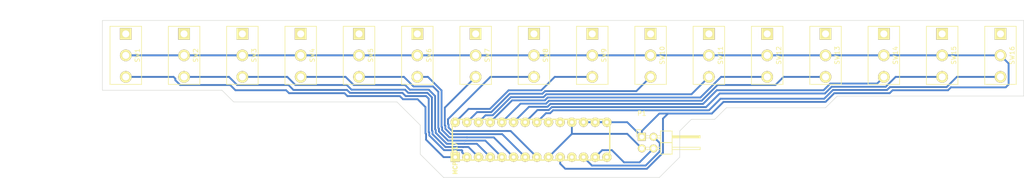
<source format=kicad_pcb>
(kicad_pcb (version 4) (host pcbnew 4.0.2-stable)

  (general
    (links 40)
    (no_connects 0)
    (area 48.447035 12.39 271.830001 50.850001)
    (thickness 1.6)
    (drawings 23)
    (tracks 229)
    (zones 0)
    (modules 18)
    (nets 41)
  )

  (page A4)
  (layers
    (0 F.Cu signal)
    (31 B.Cu signal)
    (32 B.Adhes user)
    (33 F.Adhes user)
    (34 B.Paste user)
    (35 F.Paste user)
    (36 B.SilkS user)
    (37 F.SilkS user)
    (38 B.Mask user)
    (39 F.Mask user)
    (40 Dwgs.User user)
    (41 Cmts.User user)
    (42 Eco1.User user)
    (43 Eco2.User user)
    (44 Edge.Cuts user)
    (45 Margin user)
    (46 B.CrtYd user)
    (47 F.CrtYd user)
    (48 B.Fab user)
    (49 F.Fab user)
  )

  (setup
    (last_trace_width 0.4)
    (trace_clearance 0.3)
    (zone_clearance 0.508)
    (zone_45_only no)
    (trace_min 0.2)
    (segment_width 0.2)
    (edge_width 0.1)
    (via_size 1.6)
    (via_drill 1)
    (via_min_size 0.4)
    (via_min_drill 0.3)
    (uvia_size 0.3)
    (uvia_drill 0.1)
    (uvias_allowed no)
    (uvia_min_size 0.2)
    (uvia_min_drill 0.1)
    (pcb_text_width 0.3)
    (pcb_text_size 1.5 1.5)
    (mod_edge_width 0.15)
    (mod_text_size 1 1)
    (mod_text_width 0.15)
    (pad_size 1.5 1.5)
    (pad_drill 0.6)
    (pad_to_mask_clearance 0)
    (aux_axis_origin 0 0)
    (visible_elements FFFFFF7F)
    (pcbplotparams
      (layerselection 0x01000_80000001)
      (usegerberextensions false)
      (excludeedgelayer true)
      (linewidth 0.100000)
      (plotframeref false)
      (viasonmask false)
      (mode 1)
      (useauxorigin false)
      (hpglpennumber 1)
      (hpglpenspeed 20)
      (hpglpendiameter 15)
      (hpglpenoverlay 2)
      (psnegative false)
      (psa4output false)
      (plotreference true)
      (plotvalue true)
      (plotinvisibletext false)
      (padsonsilk false)
      (subtractmaskfromsilk false)
      (outputformat 1)
      (mirror false)
      (drillshape 0)
      (scaleselection 1)
      (outputdirectory ""))
  )

  (net 0 "")
  (net 1 GND)
  (net 2 /SCK)
  (net 3 VDD)
  (net 4 /SDA)
  (net 5 "Net-(SW1-Pad1)")
  (net 6 "Net-(SW1-Pad3)")
  (net 7 "Net-(SW2-Pad1)")
  (net 8 "Net-(SW2-Pad3)")
  (net 9 "Net-(SW3-Pad1)")
  (net 10 "Net-(SW3-Pad3)")
  (net 11 "Net-(SW4-Pad1)")
  (net 12 "Net-(SW4-Pad3)")
  (net 13 "Net-(SW5-Pad1)")
  (net 14 "Net-(SW5-Pad3)")
  (net 15 "Net-(SW6-Pad1)")
  (net 16 "Net-(SW6-Pad3)")
  (net 17 "Net-(SW7-Pad1)")
  (net 18 "Net-(SW7-Pad3)")
  (net 19 "Net-(SW8-Pad1)")
  (net 20 "Net-(SW8-Pad3)")
  (net 21 "Net-(SW9-Pad1)")
  (net 22 "Net-(SW9-Pad3)")
  (net 23 "Net-(SW10-Pad1)")
  (net 24 "Net-(SW10-Pad3)")
  (net 25 "Net-(SW11-Pad1)")
  (net 26 "Net-(SW11-Pad3)")
  (net 27 "Net-(SW12-Pad1)")
  (net 28 "Net-(SW12-Pad3)")
  (net 29 "Net-(SW13-Pad1)")
  (net 30 "Net-(SW13-Pad3)")
  (net 31 "Net-(SW14-Pad1)")
  (net 32 "Net-(SW14-Pad3)")
  (net 33 "Net-(SW15-Pad1)")
  (net 34 "Net-(SW15-Pad3)")
  (net 35 "Net-(SW16-Pad1)")
  (net 36 "Net-(SW16-Pad3)")
  (net 37 "Net-(U1-Pad11)")
  (net 38 "Net-(U1-Pad14)")
  (net 39 "Net-(U1-Pad19)")
  (net 40 "Net-(U1-Pad20)")

  (net_class Default "This is the default net class."
    (clearance 0.3)
    (trace_width 0.4)
    (via_dia 1.6)
    (via_drill 1)
    (uvia_dia 0.3)
    (uvia_drill 0.1)
    (add_net /SCK)
    (add_net /SDA)
    (add_net GND)
    (add_net "Net-(SW1-Pad1)")
    (add_net "Net-(SW1-Pad3)")
    (add_net "Net-(SW10-Pad1)")
    (add_net "Net-(SW10-Pad3)")
    (add_net "Net-(SW11-Pad1)")
    (add_net "Net-(SW11-Pad3)")
    (add_net "Net-(SW12-Pad1)")
    (add_net "Net-(SW12-Pad3)")
    (add_net "Net-(SW13-Pad1)")
    (add_net "Net-(SW13-Pad3)")
    (add_net "Net-(SW14-Pad1)")
    (add_net "Net-(SW14-Pad3)")
    (add_net "Net-(SW15-Pad1)")
    (add_net "Net-(SW15-Pad3)")
    (add_net "Net-(SW16-Pad1)")
    (add_net "Net-(SW16-Pad3)")
    (add_net "Net-(SW2-Pad1)")
    (add_net "Net-(SW2-Pad3)")
    (add_net "Net-(SW3-Pad1)")
    (add_net "Net-(SW3-Pad3)")
    (add_net "Net-(SW4-Pad1)")
    (add_net "Net-(SW4-Pad3)")
    (add_net "Net-(SW5-Pad1)")
    (add_net "Net-(SW5-Pad3)")
    (add_net "Net-(SW6-Pad1)")
    (add_net "Net-(SW6-Pad3)")
    (add_net "Net-(SW7-Pad1)")
    (add_net "Net-(SW7-Pad3)")
    (add_net "Net-(SW8-Pad1)")
    (add_net "Net-(SW8-Pad3)")
    (add_net "Net-(SW9-Pad1)")
    (add_net "Net-(SW9-Pad3)")
    (add_net "Net-(U1-Pad11)")
    (add_net "Net-(U1-Pad14)")
    (add_net "Net-(U1-Pad19)")
    (add_net "Net-(U1-Pad20)")
    (add_net VDD)
  )

  (module Pin_Headers:Pin_Header_Angled_2x02 (layer F.Cu) (tedit 0) (tstamp 57A494D8)
    (at 188.595 41.91)
    (descr "Through hole pin header")
    (tags "pin header")
    (path /57A544DE)
    (fp_text reference P1 (at 0 -5.1) (layer F.SilkS)
      (effects (font (size 1 1) (thickness 0.15)))
    )
    (fp_text value CONN_02X02 (at 0 -3.1) (layer F.Fab)
      (effects (font (size 1 1) (thickness 0.15)))
    )
    (fp_line (start -1.35 -1.75) (end -1.35 4.3) (layer F.CrtYd) (width 0.05))
    (fp_line (start 13.2 -1.75) (end 13.2 4.3) (layer F.CrtYd) (width 0.05))
    (fp_line (start -1.35 -1.75) (end 13.2 -1.75) (layer F.CrtYd) (width 0.05))
    (fp_line (start -1.35 4.3) (end 13.2 4.3) (layer F.CrtYd) (width 0.05))
    (fp_line (start 1.524 2.794) (end 1.016 2.794) (layer F.SilkS) (width 0.15))
    (fp_line (start 1.524 2.286) (end 1.016 2.286) (layer F.SilkS) (width 0.15))
    (fp_line (start 1.524 0.254) (end 1.016 0.254) (layer F.SilkS) (width 0.15))
    (fp_line (start 1.524 -0.254) (end 1.016 -0.254) (layer F.SilkS) (width 0.15))
    (fp_line (start 4.064 -0.254) (end 3.556 -0.254) (layer F.SilkS) (width 0.15))
    (fp_line (start 4.064 0.254) (end 3.556 0.254) (layer F.SilkS) (width 0.15))
    (fp_line (start 4.064 2.286) (end 3.556 2.286) (layer F.SilkS) (width 0.15))
    (fp_line (start 4.064 2.794) (end 3.556 2.794) (layer F.SilkS) (width 0.15))
    (fp_line (start 0 -1.55) (end -1.15 -1.55) (layer F.SilkS) (width 0.15))
    (fp_line (start -1.15 -1.55) (end -1.15 0) (layer F.SilkS) (width 0.15))
    (fp_line (start 6.604 -0.127) (end 12.573 -0.127) (layer F.SilkS) (width 0.15))
    (fp_line (start 12.573 -0.127) (end 12.573 0.127) (layer F.SilkS) (width 0.15))
    (fp_line (start 12.573 0.127) (end 6.731 0.127) (layer F.SilkS) (width 0.15))
    (fp_line (start 6.731 0.127) (end 6.731 0) (layer F.SilkS) (width 0.15))
    (fp_line (start 6.731 0) (end 12.573 0) (layer F.SilkS) (width 0.15))
    (fp_line (start 4.064 3.81) (end 6.604 3.81) (layer F.SilkS) (width 0.15))
    (fp_line (start 4.064 1.27) (end 6.604 1.27) (layer F.SilkS) (width 0.15))
    (fp_line (start 4.064 1.27) (end 4.064 3.81) (layer F.SilkS) (width 0.15))
    (fp_line (start 4.064 3.81) (end 6.604 3.81) (layer F.SilkS) (width 0.15))
    (fp_line (start 6.604 2.286) (end 12.7 2.286) (layer F.SilkS) (width 0.15))
    (fp_line (start 12.7 2.286) (end 12.7 2.794) (layer F.SilkS) (width 0.15))
    (fp_line (start 12.7 2.794) (end 6.604 2.794) (layer F.SilkS) (width 0.15))
    (fp_line (start 6.604 3.81) (end 6.604 1.27) (layer F.SilkS) (width 0.15))
    (fp_line (start 6.604 1.27) (end 6.604 -1.27) (layer F.SilkS) (width 0.15))
    (fp_line (start 12.7 0.254) (end 6.604 0.254) (layer F.SilkS) (width 0.15))
    (fp_line (start 12.7 -0.254) (end 12.7 0.254) (layer F.SilkS) (width 0.15))
    (fp_line (start 6.604 -0.254) (end 12.7 -0.254) (layer F.SilkS) (width 0.15))
    (fp_line (start 4.064 1.27) (end 6.604 1.27) (layer F.SilkS) (width 0.15))
    (fp_line (start 4.064 -1.27) (end 4.064 1.27) (layer F.SilkS) (width 0.15))
    (fp_line (start 4.064 -1.27) (end 6.604 -1.27) (layer F.SilkS) (width 0.15))
    (pad 1 thru_hole rect (at 0 0) (size 1.7272 1.7272) (drill 1.016) (layers *.Cu *.Mask F.SilkS)
      (net 1 GND))
    (pad 2 thru_hole oval (at 2.54 0) (size 1.7272 1.7272) (drill 1.016) (layers *.Cu *.Mask F.SilkS)
      (net 2 /SCK))
    (pad 3 thru_hole oval (at 0 2.54) (size 1.7272 1.7272) (drill 1.016) (layers *.Cu *.Mask F.SilkS)
      (net 3 VDD))
    (pad 4 thru_hole oval (at 2.54 2.54) (size 1.7272 1.7272) (drill 1.016) (layers *.Cu *.Mask F.SilkS)
      (net 4 /SDA))
    (model Pin_Headers.3dshapes/Pin_Header_Angled_2x02.wrl
      (at (xyz 0.05 -0.05 0))
      (scale (xyz 1 1 1))
      (rotate (xyz 0 0 90))
    )
  )

  (module DIL28:DIL28 (layer F.Cu) (tedit 200000) (tstamp 57A49568)
    (at 147.955 46.355)
    (descr "e.g. MCP23017")
    (path /57A494D1)
    (fp_text reference U1 (at 0 -0.254 270) (layer F.SilkS)
      (effects (font (size 0.889 0.889) (thickness 0.3048)))
    )
    (fp_text value MCP23017 (at 0 0.254 270) (layer F.SilkS)
      (effects (font (size 0.889 0.889) (thickness 0.3048)))
    )
    (fp_line (start -0.635 0.635) (end 33.655 0.635) (layer F.SilkS) (width 0.3048))
    (fp_line (start 33.655 0.635) (end 33.655 -8.255) (layer F.SilkS) (width 0.3048))
    (fp_line (start 33.655 -8.255) (end -0.635 -8.255) (layer F.SilkS) (width 0.3048))
    (fp_line (start -0.635 -8.255) (end -0.635 0.635) (layer F.SilkS) (width 0.3048))
    (pad 1 thru_hole rect (at 0 0) (size 2.032 2.032) (drill 0.762) (layers *.Cu *.Mask F.SilkS)
      (net 6 "Net-(SW1-Pad3)"))
    (pad 2 thru_hole circle (at 2.54 0) (size 2.032 2.032) (drill 0.762) (layers *.Cu *.Mask F.SilkS)
      (net 8 "Net-(SW2-Pad3)"))
    (pad 3 thru_hole circle (at 5.08 0) (size 2.032 2.032) (drill 0.762) (layers *.Cu *.Mask F.SilkS)
      (net 10 "Net-(SW3-Pad3)"))
    (pad 4 thru_hole circle (at 7.62 0) (size 2.032 2.032) (drill 0.762) (layers *.Cu *.Mask F.SilkS)
      (net 12 "Net-(SW4-Pad3)"))
    (pad 5 thru_hole circle (at 10.16 0) (size 2.032 2.032) (drill 0.762) (layers *.Cu *.Mask F.SilkS)
      (net 14 "Net-(SW5-Pad3)"))
    (pad 6 thru_hole circle (at 12.7 0) (size 2.032 2.032) (drill 0.762) (layers *.Cu *.Mask F.SilkS)
      (net 16 "Net-(SW6-Pad3)"))
    (pad 7 thru_hole circle (at 15.24 0) (size 2.032 2.032) (drill 0.762) (layers *.Cu *.Mask F.SilkS)
      (net 18 "Net-(SW7-Pad3)"))
    (pad 8 thru_hole circle (at 17.78 0) (size 2.032 2.032) (drill 0.762) (layers *.Cu *.Mask F.SilkS)
      (net 20 "Net-(SW8-Pad3)"))
    (pad 9 thru_hole circle (at 20.32 0) (size 2.032 2.032) (drill 0.762) (layers *.Cu *.Mask F.SilkS)
      (net 3 VDD))
    (pad 10 thru_hole circle (at 22.86 0) (size 2.032 2.032) (drill 0.762) (layers *.Cu *.Mask F.SilkS)
      (net 1 GND))
    (pad 11 thru_hole circle (at 25.4 0) (size 2.032 2.032) (drill 0.762) (layers *.Cu *.Mask F.SilkS)
      (net 37 "Net-(U1-Pad11)"))
    (pad 12 thru_hole circle (at 27.94 0) (size 2.032 2.032) (drill 0.762) (layers *.Cu *.Mask F.SilkS)
      (net 2 /SCK))
    (pad 13 thru_hole circle (at 30.48 0) (size 2.032 2.032) (drill 0.762) (layers *.Cu *.Mask F.SilkS)
      (net 4 /SDA))
    (pad 14 thru_hole circle (at 33.02 0) (size 2.032 2.032) (drill 0.762) (layers *.Cu *.Mask F.SilkS)
      (net 38 "Net-(U1-Pad14)"))
    (pad 15 thru_hole circle (at 33.02 -7.62 180) (size 2.032 2.032) (drill 0.762) (layers *.Cu *.Mask F.SilkS)
      (net 1 GND))
    (pad 16 thru_hole circle (at 30.48 -7.62 180) (size 2.032 2.032) (drill 0.762) (layers *.Cu *.Mask F.SilkS)
      (net 1 GND))
    (pad 17 thru_hole circle (at 27.94 -7.62 180) (size 2.032 2.032) (drill 0.762) (layers *.Cu *.Mask F.SilkS)
      (net 1 GND))
    (pad 18 thru_hole circle (at 25.4 -7.62 180) (size 2.032 2.032) (drill 0.762) (layers *.Cu *.Mask F.SilkS)
      (net 3 VDD))
    (pad 19 thru_hole circle (at 22.86 -7.62 180) (size 2.032 2.032) (drill 0.762) (layers *.Cu *.Mask F.SilkS)
      (net 39 "Net-(U1-Pad19)"))
    (pad 20 thru_hole circle (at 20.32 -7.62 180) (size 2.032 2.032) (drill 0.762) (layers *.Cu *.Mask F.SilkS)
      (net 40 "Net-(U1-Pad20)"))
    (pad 21 thru_hole circle (at 17.78 -7.62 180) (size 2.032 2.032) (drill 0.762) (layers *.Cu *.Mask F.SilkS)
      (net 36 "Net-(SW16-Pad3)"))
    (pad 22 thru_hole circle (at 15.24 -7.62 180) (size 2.032 2.032) (drill 0.762) (layers *.Cu *.Mask F.SilkS)
      (net 34 "Net-(SW15-Pad3)"))
    (pad 23 thru_hole circle (at 12.7 -7.62 180) (size 2.032 2.032) (drill 0.762) (layers *.Cu *.Mask F.SilkS)
      (net 32 "Net-(SW14-Pad3)"))
    (pad 24 thru_hole circle (at 10.16 -7.62 180) (size 2.032 2.032) (drill 0.762) (layers *.Cu *.Mask F.SilkS)
      (net 30 "Net-(SW13-Pad3)"))
    (pad 25 thru_hole circle (at 7.62 -7.62 180) (size 2.032 2.032) (drill 0.762) (layers *.Cu *.Mask F.SilkS)
      (net 28 "Net-(SW12-Pad3)"))
    (pad 26 thru_hole circle (at 5.08 -7.62 180) (size 2.032 2.032) (drill 0.762) (layers *.Cu *.Mask F.SilkS)
      (net 26 "Net-(SW11-Pad3)"))
    (pad 27 thru_hole circle (at 2.54 -7.62 180) (size 2.032 2.032) (drill 0.762) (layers *.Cu *.Mask F.SilkS)
      (net 24 "Net-(SW10-Pad3)"))
    (pad 28 thru_hole circle (at 0 -7.62 180) (size 2.032 2.032) (drill 0.762) (layers *.Cu *.Mask F.SilkS)
      (net 22 "Net-(SW9-Pad3)"))
  )

  (module myparts:SW_SPDT-custom (layer F.Cu) (tedit 57A880BF) (tstamp 57A71CB9)
    (at 266.7 24.13 270)
    (tags "Switch SPDT")
    (path /57A511C9)
    (fp_text reference SW16 (at 0 -2.54 270) (layer F.SilkS)
      (effects (font (size 1 1) (thickness 0.15)))
    )
    (fp_text value SWITCH_INV (at 0.025 2.45 270) (layer F.Fab)
      (effects (font (size 1 1) (thickness 0.15)))
    )
    (fp_line (start 7 1.5) (end 5 1.5) (layer B.Fab) (width 0.15))
    (fp_line (start 7 -1.5) (end 7 1.5) (layer B.Fab) (width 0.15))
    (fp_line (start 5 -1.5) (end 7 -1.5) (layer B.Fab) (width 0.15))
    (fp_line (start 5 1.5) (end 5 -1.5) (layer B.Fab) (width 0.15))
    (fp_circle (center 0 0) (end 3.175 0) (layer B.Fab) (width 0.15))
    (fp_line (start -6.35 3.429) (end -6.35 -3.429) (layer F.SilkS) (width 0.15))
    (fp_line (start -6.35 -3.429) (end 6.35 -3.429) (layer F.SilkS) (width 0.15))
    (fp_line (start 6.35 -3.429) (end 6.35 3.429) (layer F.SilkS) (width 0.15))
    (fp_line (start 6.35 3.429) (end -6.35 3.429) (layer F.SilkS) (width 0.15))
    (pad 1 thru_hole rect (at -4.699 0 270) (size 2.54 2.54) (drill 1.524) (layers *.Cu *.Mask F.SilkS)
      (net 35 "Net-(SW16-Pad1)"))
    (pad 2 thru_hole circle (at 0 0 270) (size 2.54 2.54) (drill 1.524) (layers *.Cu *.Mask F.SilkS)
      (net 1 GND))
    (pad 3 thru_hole circle (at 4.699 0 270) (size 2.54 2.54) (drill 1.524) (layers *.Cu *.Mask F.SilkS)
      (net 36 "Net-(SW16-Pad3)"))
  )

  (module myparts:SW_SPDT-custom (layer F.Cu) (tedit 57A880BF) (tstamp 57A71CAD)
    (at 254 24.13 270)
    (tags "Switch SPDT")
    (path /57A511C3)
    (fp_text reference SW15 (at 0 -2.54 270) (layer F.SilkS)
      (effects (font (size 1 1) (thickness 0.15)))
    )
    (fp_text value SWITCH_INV (at 0.025 2.45 270) (layer F.Fab)
      (effects (font (size 1 1) (thickness 0.15)))
    )
    (fp_line (start 7 1.5) (end 5 1.5) (layer B.Fab) (width 0.15))
    (fp_line (start 7 -1.5) (end 7 1.5) (layer B.Fab) (width 0.15))
    (fp_line (start 5 -1.5) (end 7 -1.5) (layer B.Fab) (width 0.15))
    (fp_line (start 5 1.5) (end 5 -1.5) (layer B.Fab) (width 0.15))
    (fp_circle (center 0 0) (end 3.175 0) (layer B.Fab) (width 0.15))
    (fp_line (start -6.35 3.429) (end -6.35 -3.429) (layer F.SilkS) (width 0.15))
    (fp_line (start -6.35 -3.429) (end 6.35 -3.429) (layer F.SilkS) (width 0.15))
    (fp_line (start 6.35 -3.429) (end 6.35 3.429) (layer F.SilkS) (width 0.15))
    (fp_line (start 6.35 3.429) (end -6.35 3.429) (layer F.SilkS) (width 0.15))
    (pad 1 thru_hole rect (at -4.699 0 270) (size 2.54 2.54) (drill 1.524) (layers *.Cu *.Mask F.SilkS)
      (net 33 "Net-(SW15-Pad1)"))
    (pad 2 thru_hole circle (at 0 0 270) (size 2.54 2.54) (drill 1.524) (layers *.Cu *.Mask F.SilkS)
      (net 1 GND))
    (pad 3 thru_hole circle (at 4.699 0 270) (size 2.54 2.54) (drill 1.524) (layers *.Cu *.Mask F.SilkS)
      (net 34 "Net-(SW15-Pad3)"))
  )

  (module myparts:SW_SPDT-custom (layer F.Cu) (tedit 57A880BF) (tstamp 57A71CA1)
    (at 241.3 24.13 270)
    (tags "Switch SPDT")
    (path /57A511BD)
    (fp_text reference SW14 (at 0 -2.54 270) (layer F.SilkS)
      (effects (font (size 1 1) (thickness 0.15)))
    )
    (fp_text value SWITCH_INV (at 0.025 2.45 270) (layer F.Fab)
      (effects (font (size 1 1) (thickness 0.15)))
    )
    (fp_line (start 7 1.5) (end 5 1.5) (layer B.Fab) (width 0.15))
    (fp_line (start 7 -1.5) (end 7 1.5) (layer B.Fab) (width 0.15))
    (fp_line (start 5 -1.5) (end 7 -1.5) (layer B.Fab) (width 0.15))
    (fp_line (start 5 1.5) (end 5 -1.5) (layer B.Fab) (width 0.15))
    (fp_circle (center 0 0) (end 3.175 0) (layer B.Fab) (width 0.15))
    (fp_line (start -6.35 3.429) (end -6.35 -3.429) (layer F.SilkS) (width 0.15))
    (fp_line (start -6.35 -3.429) (end 6.35 -3.429) (layer F.SilkS) (width 0.15))
    (fp_line (start 6.35 -3.429) (end 6.35 3.429) (layer F.SilkS) (width 0.15))
    (fp_line (start 6.35 3.429) (end -6.35 3.429) (layer F.SilkS) (width 0.15))
    (pad 1 thru_hole rect (at -4.699 0 270) (size 2.54 2.54) (drill 1.524) (layers *.Cu *.Mask F.SilkS)
      (net 31 "Net-(SW14-Pad1)"))
    (pad 2 thru_hole circle (at 0 0 270) (size 2.54 2.54) (drill 1.524) (layers *.Cu *.Mask F.SilkS)
      (net 1 GND))
    (pad 3 thru_hole circle (at 4.699 0 270) (size 2.54 2.54) (drill 1.524) (layers *.Cu *.Mask F.SilkS)
      (net 32 "Net-(SW14-Pad3)"))
  )

  (module myparts:SW_SPDT-custom (layer F.Cu) (tedit 57A880BF) (tstamp 57A71C95)
    (at 228.6 24.13 270)
    (tags "Switch SPDT")
    (path /57A511B7)
    (fp_text reference SW13 (at 0 -2.54 270) (layer F.SilkS)
      (effects (font (size 1 1) (thickness 0.15)))
    )
    (fp_text value SWITCH_INV (at 0.025 2.45 270) (layer F.Fab)
      (effects (font (size 1 1) (thickness 0.15)))
    )
    (fp_line (start 7 1.5) (end 5 1.5) (layer B.Fab) (width 0.15))
    (fp_line (start 7 -1.5) (end 7 1.5) (layer B.Fab) (width 0.15))
    (fp_line (start 5 -1.5) (end 7 -1.5) (layer B.Fab) (width 0.15))
    (fp_line (start 5 1.5) (end 5 -1.5) (layer B.Fab) (width 0.15))
    (fp_circle (center 0 0) (end 3.175 0) (layer B.Fab) (width 0.15))
    (fp_line (start -6.35 3.429) (end -6.35 -3.429) (layer F.SilkS) (width 0.15))
    (fp_line (start -6.35 -3.429) (end 6.35 -3.429) (layer F.SilkS) (width 0.15))
    (fp_line (start 6.35 -3.429) (end 6.35 3.429) (layer F.SilkS) (width 0.15))
    (fp_line (start 6.35 3.429) (end -6.35 3.429) (layer F.SilkS) (width 0.15))
    (pad 1 thru_hole rect (at -4.699 0 270) (size 2.54 2.54) (drill 1.524) (layers *.Cu *.Mask F.SilkS)
      (net 29 "Net-(SW13-Pad1)"))
    (pad 2 thru_hole circle (at 0 0 270) (size 2.54 2.54) (drill 1.524) (layers *.Cu *.Mask F.SilkS)
      (net 1 GND))
    (pad 3 thru_hole circle (at 4.699 0 270) (size 2.54 2.54) (drill 1.524) (layers *.Cu *.Mask F.SilkS)
      (net 30 "Net-(SW13-Pad3)"))
  )

  (module myparts:SW_SPDT-custom (layer F.Cu) (tedit 57A880BF) (tstamp 57A71C89)
    (at 215.9 24.13 270)
    (tags "Switch SPDT")
    (path /57A511B1)
    (fp_text reference SW12 (at 0 -2.54 270) (layer F.SilkS)
      (effects (font (size 1 1) (thickness 0.15)))
    )
    (fp_text value SWITCH_INV (at 0.025 2.45 270) (layer F.Fab)
      (effects (font (size 1 1) (thickness 0.15)))
    )
    (fp_line (start 7 1.5) (end 5 1.5) (layer B.Fab) (width 0.15))
    (fp_line (start 7 -1.5) (end 7 1.5) (layer B.Fab) (width 0.15))
    (fp_line (start 5 -1.5) (end 7 -1.5) (layer B.Fab) (width 0.15))
    (fp_line (start 5 1.5) (end 5 -1.5) (layer B.Fab) (width 0.15))
    (fp_circle (center 0 0) (end 3.175 0) (layer B.Fab) (width 0.15))
    (fp_line (start -6.35 3.429) (end -6.35 -3.429) (layer F.SilkS) (width 0.15))
    (fp_line (start -6.35 -3.429) (end 6.35 -3.429) (layer F.SilkS) (width 0.15))
    (fp_line (start 6.35 -3.429) (end 6.35 3.429) (layer F.SilkS) (width 0.15))
    (fp_line (start 6.35 3.429) (end -6.35 3.429) (layer F.SilkS) (width 0.15))
    (pad 1 thru_hole rect (at -4.699 0 270) (size 2.54 2.54) (drill 1.524) (layers *.Cu *.Mask F.SilkS)
      (net 27 "Net-(SW12-Pad1)"))
    (pad 2 thru_hole circle (at 0 0 270) (size 2.54 2.54) (drill 1.524) (layers *.Cu *.Mask F.SilkS)
      (net 1 GND))
    (pad 3 thru_hole circle (at 4.699 0 270) (size 2.54 2.54) (drill 1.524) (layers *.Cu *.Mask F.SilkS)
      (net 28 "Net-(SW12-Pad3)"))
  )

  (module myparts:SW_SPDT-custom (layer F.Cu) (tedit 57A880BF) (tstamp 57A71C7D)
    (at 203.2 24.13 270)
    (tags "Switch SPDT")
    (path /57A511AB)
    (fp_text reference SW11 (at 0 -2.54 270) (layer F.SilkS)
      (effects (font (size 1 1) (thickness 0.15)))
    )
    (fp_text value SWITCH_INV (at 0.025 2.45 270) (layer F.Fab)
      (effects (font (size 1 1) (thickness 0.15)))
    )
    (fp_line (start 7 1.5) (end 5 1.5) (layer B.Fab) (width 0.15))
    (fp_line (start 7 -1.5) (end 7 1.5) (layer B.Fab) (width 0.15))
    (fp_line (start 5 -1.5) (end 7 -1.5) (layer B.Fab) (width 0.15))
    (fp_line (start 5 1.5) (end 5 -1.5) (layer B.Fab) (width 0.15))
    (fp_circle (center 0 0) (end 3.175 0) (layer B.Fab) (width 0.15))
    (fp_line (start -6.35 3.429) (end -6.35 -3.429) (layer F.SilkS) (width 0.15))
    (fp_line (start -6.35 -3.429) (end 6.35 -3.429) (layer F.SilkS) (width 0.15))
    (fp_line (start 6.35 -3.429) (end 6.35 3.429) (layer F.SilkS) (width 0.15))
    (fp_line (start 6.35 3.429) (end -6.35 3.429) (layer F.SilkS) (width 0.15))
    (pad 1 thru_hole rect (at -4.699 0 270) (size 2.54 2.54) (drill 1.524) (layers *.Cu *.Mask F.SilkS)
      (net 25 "Net-(SW11-Pad1)"))
    (pad 2 thru_hole circle (at 0 0 270) (size 2.54 2.54) (drill 1.524) (layers *.Cu *.Mask F.SilkS)
      (net 1 GND))
    (pad 3 thru_hole circle (at 4.699 0 270) (size 2.54 2.54) (drill 1.524) (layers *.Cu *.Mask F.SilkS)
      (net 26 "Net-(SW11-Pad3)"))
  )

  (module myparts:SW_SPDT-custom (layer F.Cu) (tedit 57A880BF) (tstamp 57A71C71)
    (at 190.5 24.13 270)
    (tags "Switch SPDT")
    (path /57A511A5)
    (fp_text reference SW10 (at 0 -2.54 270) (layer F.SilkS)
      (effects (font (size 1 1) (thickness 0.15)))
    )
    (fp_text value SWITCH_INV (at 0.025 2.45 270) (layer F.Fab)
      (effects (font (size 1 1) (thickness 0.15)))
    )
    (fp_line (start 7 1.5) (end 5 1.5) (layer B.Fab) (width 0.15))
    (fp_line (start 7 -1.5) (end 7 1.5) (layer B.Fab) (width 0.15))
    (fp_line (start 5 -1.5) (end 7 -1.5) (layer B.Fab) (width 0.15))
    (fp_line (start 5 1.5) (end 5 -1.5) (layer B.Fab) (width 0.15))
    (fp_circle (center 0 0) (end 3.175 0) (layer B.Fab) (width 0.15))
    (fp_line (start -6.35 3.429) (end -6.35 -3.429) (layer F.SilkS) (width 0.15))
    (fp_line (start -6.35 -3.429) (end 6.35 -3.429) (layer F.SilkS) (width 0.15))
    (fp_line (start 6.35 -3.429) (end 6.35 3.429) (layer F.SilkS) (width 0.15))
    (fp_line (start 6.35 3.429) (end -6.35 3.429) (layer F.SilkS) (width 0.15))
    (pad 1 thru_hole rect (at -4.699 0 270) (size 2.54 2.54) (drill 1.524) (layers *.Cu *.Mask F.SilkS)
      (net 23 "Net-(SW10-Pad1)"))
    (pad 2 thru_hole circle (at 0 0 270) (size 2.54 2.54) (drill 1.524) (layers *.Cu *.Mask F.SilkS)
      (net 1 GND))
    (pad 3 thru_hole circle (at 4.699 0 270) (size 2.54 2.54) (drill 1.524) (layers *.Cu *.Mask F.SilkS)
      (net 24 "Net-(SW10-Pad3)"))
  )

  (module myparts:SW_SPDT-custom (layer F.Cu) (tedit 57A880BF) (tstamp 57A71C65)
    (at 177.8 24.13 270)
    (tags "Switch SPDT")
    (path /57A5119F)
    (fp_text reference SW9 (at 0 -2.54 270) (layer F.SilkS)
      (effects (font (size 1 1) (thickness 0.15)))
    )
    (fp_text value SWITCH_INV (at 0.025 2.45 270) (layer F.Fab)
      (effects (font (size 1 1) (thickness 0.15)))
    )
    (fp_line (start 7 1.5) (end 5 1.5) (layer B.Fab) (width 0.15))
    (fp_line (start 7 -1.5) (end 7 1.5) (layer B.Fab) (width 0.15))
    (fp_line (start 5 -1.5) (end 7 -1.5) (layer B.Fab) (width 0.15))
    (fp_line (start 5 1.5) (end 5 -1.5) (layer B.Fab) (width 0.15))
    (fp_circle (center 0 0) (end 3.175 0) (layer B.Fab) (width 0.15))
    (fp_line (start -6.35 3.429) (end -6.35 -3.429) (layer F.SilkS) (width 0.15))
    (fp_line (start -6.35 -3.429) (end 6.35 -3.429) (layer F.SilkS) (width 0.15))
    (fp_line (start 6.35 -3.429) (end 6.35 3.429) (layer F.SilkS) (width 0.15))
    (fp_line (start 6.35 3.429) (end -6.35 3.429) (layer F.SilkS) (width 0.15))
    (pad 1 thru_hole rect (at -4.699 0 270) (size 2.54 2.54) (drill 1.524) (layers *.Cu *.Mask F.SilkS)
      (net 21 "Net-(SW9-Pad1)"))
    (pad 2 thru_hole circle (at 0 0 270) (size 2.54 2.54) (drill 1.524) (layers *.Cu *.Mask F.SilkS)
      (net 1 GND))
    (pad 3 thru_hole circle (at 4.699 0 270) (size 2.54 2.54) (drill 1.524) (layers *.Cu *.Mask F.SilkS)
      (net 22 "Net-(SW9-Pad3)"))
  )

  (module myparts:SW_SPDT-custom (layer F.Cu) (tedit 57A880BF) (tstamp 57A71C59)
    (at 165.1 24.13 270)
    (tags "Switch SPDT")
    (path /57A50EDB)
    (fp_text reference SW8 (at 0 -2.54 270) (layer F.SilkS)
      (effects (font (size 1 1) (thickness 0.15)))
    )
    (fp_text value SWITCH_INV (at 0.025 2.45 270) (layer F.Fab)
      (effects (font (size 1 1) (thickness 0.15)))
    )
    (fp_line (start 7 1.5) (end 5 1.5) (layer B.Fab) (width 0.15))
    (fp_line (start 7 -1.5) (end 7 1.5) (layer B.Fab) (width 0.15))
    (fp_line (start 5 -1.5) (end 7 -1.5) (layer B.Fab) (width 0.15))
    (fp_line (start 5 1.5) (end 5 -1.5) (layer B.Fab) (width 0.15))
    (fp_circle (center 0 0) (end 3.175 0) (layer B.Fab) (width 0.15))
    (fp_line (start -6.35 3.429) (end -6.35 -3.429) (layer F.SilkS) (width 0.15))
    (fp_line (start -6.35 -3.429) (end 6.35 -3.429) (layer F.SilkS) (width 0.15))
    (fp_line (start 6.35 -3.429) (end 6.35 3.429) (layer F.SilkS) (width 0.15))
    (fp_line (start 6.35 3.429) (end -6.35 3.429) (layer F.SilkS) (width 0.15))
    (pad 1 thru_hole rect (at -4.699 0 270) (size 2.54 2.54) (drill 1.524) (layers *.Cu *.Mask F.SilkS)
      (net 19 "Net-(SW8-Pad1)"))
    (pad 2 thru_hole circle (at 0 0 270) (size 2.54 2.54) (drill 1.524) (layers *.Cu *.Mask F.SilkS)
      (net 1 GND))
    (pad 3 thru_hole circle (at 4.699 0 270) (size 2.54 2.54) (drill 1.524) (layers *.Cu *.Mask F.SilkS)
      (net 20 "Net-(SW8-Pad3)"))
  )

  (module myparts:SW_SPDT-custom (layer F.Cu) (tedit 57A880BF) (tstamp 57A71C4D)
    (at 152.4 24.13 270)
    (tags "Switch SPDT")
    (path /57A50ED5)
    (fp_text reference SW7 (at 0 -2.54 270) (layer F.SilkS)
      (effects (font (size 1 1) (thickness 0.15)))
    )
    (fp_text value SWITCH_INV (at 0.025 2.45 270) (layer F.Fab)
      (effects (font (size 1 1) (thickness 0.15)))
    )
    (fp_line (start 7 1.5) (end 5 1.5) (layer B.Fab) (width 0.15))
    (fp_line (start 7 -1.5) (end 7 1.5) (layer B.Fab) (width 0.15))
    (fp_line (start 5 -1.5) (end 7 -1.5) (layer B.Fab) (width 0.15))
    (fp_line (start 5 1.5) (end 5 -1.5) (layer B.Fab) (width 0.15))
    (fp_circle (center 0 0) (end 3.175 0) (layer B.Fab) (width 0.15))
    (fp_line (start -6.35 3.429) (end -6.35 -3.429) (layer F.SilkS) (width 0.15))
    (fp_line (start -6.35 -3.429) (end 6.35 -3.429) (layer F.SilkS) (width 0.15))
    (fp_line (start 6.35 -3.429) (end 6.35 3.429) (layer F.SilkS) (width 0.15))
    (fp_line (start 6.35 3.429) (end -6.35 3.429) (layer F.SilkS) (width 0.15))
    (pad 1 thru_hole rect (at -4.699 0 270) (size 2.54 2.54) (drill 1.524) (layers *.Cu *.Mask F.SilkS)
      (net 17 "Net-(SW7-Pad1)"))
    (pad 2 thru_hole circle (at 0 0 270) (size 2.54 2.54) (drill 1.524) (layers *.Cu *.Mask F.SilkS)
      (net 1 GND))
    (pad 3 thru_hole circle (at 4.699 0 270) (size 2.54 2.54) (drill 1.524) (layers *.Cu *.Mask F.SilkS)
      (net 18 "Net-(SW7-Pad3)"))
  )

  (module myparts:SW_SPDT-custom (layer F.Cu) (tedit 57A880BF) (tstamp 57A71C41)
    (at 139.7 24.13 270)
    (tags "Switch SPDT")
    (path /57A50ECF)
    (fp_text reference SW6 (at 0 -2.54 270) (layer F.SilkS)
      (effects (font (size 1 1) (thickness 0.15)))
    )
    (fp_text value SWITCH_INV (at 0.025 2.45 270) (layer F.Fab)
      (effects (font (size 1 1) (thickness 0.15)))
    )
    (fp_line (start 7 1.5) (end 5 1.5) (layer B.Fab) (width 0.15))
    (fp_line (start 7 -1.5) (end 7 1.5) (layer B.Fab) (width 0.15))
    (fp_line (start 5 -1.5) (end 7 -1.5) (layer B.Fab) (width 0.15))
    (fp_line (start 5 1.5) (end 5 -1.5) (layer B.Fab) (width 0.15))
    (fp_circle (center 0 0) (end 3.175 0) (layer B.Fab) (width 0.15))
    (fp_line (start -6.35 3.429) (end -6.35 -3.429) (layer F.SilkS) (width 0.15))
    (fp_line (start -6.35 -3.429) (end 6.35 -3.429) (layer F.SilkS) (width 0.15))
    (fp_line (start 6.35 -3.429) (end 6.35 3.429) (layer F.SilkS) (width 0.15))
    (fp_line (start 6.35 3.429) (end -6.35 3.429) (layer F.SilkS) (width 0.15))
    (pad 1 thru_hole rect (at -4.699 0 270) (size 2.54 2.54) (drill 1.524) (layers *.Cu *.Mask F.SilkS)
      (net 15 "Net-(SW6-Pad1)"))
    (pad 2 thru_hole circle (at 0 0 270) (size 2.54 2.54) (drill 1.524) (layers *.Cu *.Mask F.SilkS)
      (net 1 GND))
    (pad 3 thru_hole circle (at 4.699 0 270) (size 2.54 2.54) (drill 1.524) (layers *.Cu *.Mask F.SilkS)
      (net 16 "Net-(SW6-Pad3)"))
  )

  (module myparts:SW_SPDT-custom (layer F.Cu) (tedit 57A880BF) (tstamp 57A71C35)
    (at 127 24.13 270)
    (tags "Switch SPDT")
    (path /57A50EC9)
    (fp_text reference SW5 (at 0 -2.54 270) (layer F.SilkS)
      (effects (font (size 1 1) (thickness 0.15)))
    )
    (fp_text value SWITCH_INV (at 0.025 2.45 270) (layer F.Fab)
      (effects (font (size 1 1) (thickness 0.15)))
    )
    (fp_line (start 7 1.5) (end 5 1.5) (layer B.Fab) (width 0.15))
    (fp_line (start 7 -1.5) (end 7 1.5) (layer B.Fab) (width 0.15))
    (fp_line (start 5 -1.5) (end 7 -1.5) (layer B.Fab) (width 0.15))
    (fp_line (start 5 1.5) (end 5 -1.5) (layer B.Fab) (width 0.15))
    (fp_circle (center 0 0) (end 3.175 0) (layer B.Fab) (width 0.15))
    (fp_line (start -6.35 3.429) (end -6.35 -3.429) (layer F.SilkS) (width 0.15))
    (fp_line (start -6.35 -3.429) (end 6.35 -3.429) (layer F.SilkS) (width 0.15))
    (fp_line (start 6.35 -3.429) (end 6.35 3.429) (layer F.SilkS) (width 0.15))
    (fp_line (start 6.35 3.429) (end -6.35 3.429) (layer F.SilkS) (width 0.15))
    (pad 1 thru_hole rect (at -4.699 0 270) (size 2.54 2.54) (drill 1.524) (layers *.Cu *.Mask F.SilkS)
      (net 13 "Net-(SW5-Pad1)"))
    (pad 2 thru_hole circle (at 0 0 270) (size 2.54 2.54) (drill 1.524) (layers *.Cu *.Mask F.SilkS)
      (net 1 GND))
    (pad 3 thru_hole circle (at 4.699 0 270) (size 2.54 2.54) (drill 1.524) (layers *.Cu *.Mask F.SilkS)
      (net 14 "Net-(SW5-Pad3)"))
  )

  (module myparts:SW_SPDT-custom (layer F.Cu) (tedit 57A880BF) (tstamp 57A71C29)
    (at 114.3 24.13 270)
    (tags "Switch SPDT")
    (path /57A50B9D)
    (fp_text reference SW4 (at 0 -2.54 270) (layer F.SilkS)
      (effects (font (size 1 1) (thickness 0.15)))
    )
    (fp_text value SWITCH_INV (at 0.025 2.45 270) (layer F.Fab)
      (effects (font (size 1 1) (thickness 0.15)))
    )
    (fp_line (start 7 1.5) (end 5 1.5) (layer B.Fab) (width 0.15))
    (fp_line (start 7 -1.5) (end 7 1.5) (layer B.Fab) (width 0.15))
    (fp_line (start 5 -1.5) (end 7 -1.5) (layer B.Fab) (width 0.15))
    (fp_line (start 5 1.5) (end 5 -1.5) (layer B.Fab) (width 0.15))
    (fp_circle (center 0 0) (end 3.175 0) (layer B.Fab) (width 0.15))
    (fp_line (start -6.35 3.429) (end -6.35 -3.429) (layer F.SilkS) (width 0.15))
    (fp_line (start -6.35 -3.429) (end 6.35 -3.429) (layer F.SilkS) (width 0.15))
    (fp_line (start 6.35 -3.429) (end 6.35 3.429) (layer F.SilkS) (width 0.15))
    (fp_line (start 6.35 3.429) (end -6.35 3.429) (layer F.SilkS) (width 0.15))
    (pad 1 thru_hole rect (at -4.699 0 270) (size 2.54 2.54) (drill 1.524) (layers *.Cu *.Mask F.SilkS)
      (net 11 "Net-(SW4-Pad1)"))
    (pad 2 thru_hole circle (at 0 0 270) (size 2.54 2.54) (drill 1.524) (layers *.Cu *.Mask F.SilkS)
      (net 1 GND))
    (pad 3 thru_hole circle (at 4.699 0 270) (size 2.54 2.54) (drill 1.524) (layers *.Cu *.Mask F.SilkS)
      (net 12 "Net-(SW4-Pad3)"))
  )

  (module myparts:SW_SPDT-custom (layer F.Cu) (tedit 57A880BF) (tstamp 57A71C1D)
    (at 101.6 24.13 270)
    (tags "Switch SPDT")
    (path /57A50B78)
    (fp_text reference SW3 (at 0 -2.54 270) (layer F.SilkS)
      (effects (font (size 1 1) (thickness 0.15)))
    )
    (fp_text value SWITCH_INV (at 0.025 2.45 270) (layer F.Fab)
      (effects (font (size 1 1) (thickness 0.15)))
    )
    (fp_line (start 7 1.5) (end 5 1.5) (layer B.Fab) (width 0.15))
    (fp_line (start 7 -1.5) (end 7 1.5) (layer B.Fab) (width 0.15))
    (fp_line (start 5 -1.5) (end 7 -1.5) (layer B.Fab) (width 0.15))
    (fp_line (start 5 1.5) (end 5 -1.5) (layer B.Fab) (width 0.15))
    (fp_circle (center 0 0) (end 3.175 0) (layer B.Fab) (width 0.15))
    (fp_line (start -6.35 3.429) (end -6.35 -3.429) (layer F.SilkS) (width 0.15))
    (fp_line (start -6.35 -3.429) (end 6.35 -3.429) (layer F.SilkS) (width 0.15))
    (fp_line (start 6.35 -3.429) (end 6.35 3.429) (layer F.SilkS) (width 0.15))
    (fp_line (start 6.35 3.429) (end -6.35 3.429) (layer F.SilkS) (width 0.15))
    (pad 1 thru_hole rect (at -4.699 0 270) (size 2.54 2.54) (drill 1.524) (layers *.Cu *.Mask F.SilkS)
      (net 9 "Net-(SW3-Pad1)"))
    (pad 2 thru_hole circle (at 0 0 270) (size 2.54 2.54) (drill 1.524) (layers *.Cu *.Mask F.SilkS)
      (net 1 GND))
    (pad 3 thru_hole circle (at 4.699 0 270) (size 2.54 2.54) (drill 1.524) (layers *.Cu *.Mask F.SilkS)
      (net 10 "Net-(SW3-Pad3)"))
  )

  (module myparts:SW_SPDT-custom (layer F.Cu) (tedit 57A880BF) (tstamp 57A71C11)
    (at 88.9 24.13 270)
    (tags "Switch SPDT")
    (path /57A50B56)
    (fp_text reference SW2 (at 0 -2.54 270) (layer F.SilkS)
      (effects (font (size 1 1) (thickness 0.15)))
    )
    (fp_text value SWITCH_INV (at 0.025 2.45 270) (layer F.Fab)
      (effects (font (size 1 1) (thickness 0.15)))
    )
    (fp_line (start 7 1.5) (end 5 1.5) (layer B.Fab) (width 0.15))
    (fp_line (start 7 -1.5) (end 7 1.5) (layer B.Fab) (width 0.15))
    (fp_line (start 5 -1.5) (end 7 -1.5) (layer B.Fab) (width 0.15))
    (fp_line (start 5 1.5) (end 5 -1.5) (layer B.Fab) (width 0.15))
    (fp_circle (center 0 0) (end 3.175 0) (layer B.Fab) (width 0.15))
    (fp_line (start -6.35 3.429) (end -6.35 -3.429) (layer F.SilkS) (width 0.15))
    (fp_line (start -6.35 -3.429) (end 6.35 -3.429) (layer F.SilkS) (width 0.15))
    (fp_line (start 6.35 -3.429) (end 6.35 3.429) (layer F.SilkS) (width 0.15))
    (fp_line (start 6.35 3.429) (end -6.35 3.429) (layer F.SilkS) (width 0.15))
    (pad 1 thru_hole rect (at -4.699 0 270) (size 2.54 2.54) (drill 1.524) (layers *.Cu *.Mask F.SilkS)
      (net 7 "Net-(SW2-Pad1)"))
    (pad 2 thru_hole circle (at 0 0 270) (size 2.54 2.54) (drill 1.524) (layers *.Cu *.Mask F.SilkS)
      (net 1 GND))
    (pad 3 thru_hole circle (at 4.699 0 270) (size 2.54 2.54) (drill 1.524) (layers *.Cu *.Mask F.SilkS)
      (net 8 "Net-(SW2-Pad3)"))
  )

  (module myparts:SW_SPDT-custom (layer F.Cu) (tedit 57A880BF) (tstamp 57A71C05)
    (at 76.2 24.13 270)
    (tags "Switch SPDT")
    (path /57A509FB)
    (fp_text reference SW1 (at 0 -2.54 270) (layer F.SilkS)
      (effects (font (size 1 1) (thickness 0.15)))
    )
    (fp_text value SWITCH_INV (at 0.025 2.45 270) (layer F.Fab)
      (effects (font (size 1 1) (thickness 0.15)))
    )
    (fp_line (start 7 1.5) (end 5 1.5) (layer B.Fab) (width 0.15))
    (fp_line (start 7 -1.5) (end 7 1.5) (layer B.Fab) (width 0.15))
    (fp_line (start 5 -1.5) (end 7 -1.5) (layer B.Fab) (width 0.15))
    (fp_line (start 5 1.5) (end 5 -1.5) (layer B.Fab) (width 0.15))
    (fp_circle (center 0 0) (end 3.175 0) (layer B.Fab) (width 0.15))
    (fp_line (start -6.35 3.429) (end -6.35 -3.429) (layer F.SilkS) (width 0.15))
    (fp_line (start -6.35 -3.429) (end 6.35 -3.429) (layer F.SilkS) (width 0.15))
    (fp_line (start 6.35 -3.429) (end 6.35 3.429) (layer F.SilkS) (width 0.15))
    (fp_line (start 6.35 3.429) (end -6.35 3.429) (layer F.SilkS) (width 0.15))
    (pad 1 thru_hole rect (at -4.699 0 270) (size 2.54 2.54) (drill 1.524) (layers *.Cu *.Mask F.SilkS)
      (net 5 "Net-(SW1-Pad1)"))
    (pad 2 thru_hole circle (at 0 0 270) (size 2.54 2.54) (drill 1.524) (layers *.Cu *.Mask F.SilkS)
      (net 1 GND))
    (pad 3 thru_hole circle (at 4.699 0 270) (size 2.54 2.54) (drill 1.524) (layers *.Cu *.Mask F.SilkS)
      (net 6 "Net-(SW1-Pad3)"))
  )

  (gr_line (start 231.14 33.02) (end 271.78 33.02) (layer Edge.Cuts) (width 0.1))
  (gr_line (start 228.6 35.56) (end 231.14 33.02) (layer Edge.Cuts) (width 0.1))
  (gr_line (start 207.01 35.56) (end 228.6 35.56) (layer Edge.Cuts) (width 0.1))
  (gr_line (start 204.47 38.1) (end 207.01 35.56) (layer Edge.Cuts) (width 0.1))
  (gr_line (start 199.39 38.1) (end 204.47 38.1) (layer Edge.Cuts) (width 0.1))
  (gr_line (start 196.85 40.64) (end 199.39 38.1) (layer Edge.Cuts) (width 0.1))
  (gr_line (start 196.85 46.355) (end 196.85 40.64) (layer Edge.Cuts) (width 0.1))
  (gr_line (start 192.405 50.8) (end 196.85 46.355) (layer Edge.Cuts) (width 0.1))
  (gr_line (start 145.415 50.8) (end 192.405 50.8) (layer Edge.Cuts) (width 0.1))
  (gr_line (start 143.51 48.895) (end 145.415 50.8) (layer Edge.Cuts) (width 0.1))
  (gr_line (start 140.335 45.72) (end 143.51 48.895) (layer Edge.Cuts) (width 0.1))
  (gr_line (start 140.335 39.37) (end 140.335 45.72) (layer Edge.Cuts) (width 0.1))
  (gr_line (start 135.255 34.29) (end 140.335 39.37) (layer Edge.Cuts) (width 0.1))
  (gr_line (start 99.695 34.29) (end 135.255 34.29) (layer Edge.Cuts) (width 0.1))
  (gr_line (start 99.06 33.655) (end 99.695 34.29) (layer Edge.Cuts) (width 0.1))
  (gr_line (start 97.155 31.75) (end 99.06 33.655) (layer Edge.Cuts) (width 0.1))
  (gr_line (start 71.12 31.75) (end 97.155 31.75) (layer Edge.Cuts) (width 0.1))
  (gr_line (start 271.78 16.51) (end 271.78 33.02) (layer Edge.Cuts) (width 0.1))
  (gr_line (start 71.12 16.51) (end 271.78 16.51) (layer Edge.Cuts) (width 0.1))
  (gr_line (start 71.12 16.51) (end 71.12 31.75) (layer Edge.Cuts) (width 0.1))
  (dimension 34.29 (width 0.3) (layer Dwgs.User)
    (gr_text "34.290 mm" (at 55.097034 33.655 270) (layer Dwgs.User) (tstamp 57A4A182)
      (effects (font (size 1.5 1.5) (thickness 0.3)))
    )
    (feature1 (pts (xy 71.12 50.8) (xy 53.747034 50.8)))
    (feature2 (pts (xy 71.12 16.51) (xy 53.747034 16.51)))
    (crossbar (pts (xy 56.447034 16.51) (xy 56.447034 50.8)))
    (arrow1a (pts (xy 56.447034 50.8) (xy 55.860613 49.673496)))
    (arrow1b (pts (xy 56.447034 50.8) (xy 57.033455 49.673496)))
    (arrow2a (pts (xy 56.447034 16.51) (xy 55.860613 17.636504)))
    (arrow2b (pts (xy 56.447034 16.51) (xy 57.033455 17.636504)))
  )
  (dimension 190.5 (width 0.3) (layer Dwgs.User)
    (gr_text "190.500 mm" (at 171.45 13.89) (layer Dwgs.User) (tstamp 57A4A17E)
      (effects (font (size 1.5 1.5) (thickness 0.3)))
    )
    (feature1 (pts (xy 266.7 16.51) (xy 266.7 12.54)))
    (feature2 (pts (xy 76.2 16.51) (xy 76.2 12.54)))
    (crossbar (pts (xy 76.2 15.24) (xy 266.7 15.24)))
    (arrow1a (pts (xy 266.7 15.24) (xy 265.573496 15.826421)))
    (arrow1b (pts (xy 266.7 15.24) (xy 265.573496 14.653579)))
    (arrow2a (pts (xy 76.2 15.24) (xy 77.326504 15.826421)))
    (arrow2b (pts (xy 76.2 15.24) (xy 77.326504 14.653579)))
  )
  (dimension 12.7 (width 0.3) (layer Dwgs.User)
    (gr_text "12.700 mm" (at 82.55 47.07) (layer Dwgs.User) (tstamp 57A4A180)
      (effects (font (size 1.5 1.5) (thickness 0.3)))
    )
    (feature1 (pts (xy 88.9 39.37) (xy 88.9 48.42)))
    (feature2 (pts (xy 76.2 39.37) (xy 76.2 48.42)))
    (crossbar (pts (xy 76.2 45.72) (xy 88.9 45.72)))
    (arrow1a (pts (xy 88.9 45.72) (xy 87.773496 46.306421)))
    (arrow1b (pts (xy 88.9 45.72) (xy 87.773496 45.133579)))
    (arrow2a (pts (xy 76.2 45.72) (xy 77.326504 46.306421)))
    (arrow2b (pts (xy 76.2 45.72) (xy 77.326504 45.133579)))
  )

  (segment (start 179.07 24.13) (end 166.37 24.13) (width 0.4) (layer B.Cu) (net 1))
  (segment (start 166.37 24.13) (end 76.2 24.13) (width 0.4) (layer B.Cu) (net 1))
  (segment (start 177.8 24.13) (end 166.37 24.13) (width 0.4) (layer B.Cu) (net 1))
  (segment (start 177.8 24.13) (end 190.5 24.13) (width 0.4) (layer B.Cu) (net 1))
  (segment (start 180.975 38.735) (end 178.435 38.735) (width 0.4) (layer B.Cu) (net 1))
  (segment (start 256.54 24.13) (end 179.07 24.13) (width 0.4) (layer B.Cu) (net 1))
  (segment (start 177.8 24.13) (end 179.07 24.13) (width 0.4) (layer B.Cu) (net 1))
  (segment (start 88.9 24.13) (end 76.2 24.13) (width 0.4) (layer B.Cu) (net 1) (status 30))
  (segment (start 101.6 24.13) (end 88.9 24.13) (width 0.4) (layer B.Cu) (net 1) (status 30))
  (segment (start 114.3 24.13) (end 101.6 24.13) (width 0.4) (layer B.Cu) (net 1) (status 30))
  (segment (start 127 24.13) (end 114.3 24.13) (width 0.4) (layer B.Cu) (net 1) (status 30))
  (segment (start 139.7 24.13) (end 127 24.13) (width 0.4) (layer B.Cu) (net 1) (status 30))
  (segment (start 152.4 24.13) (end 139.7 24.13) (width 0.4) (layer B.Cu) (net 1) (status 30))
  (segment (start 165.1 24.13) (end 152.4 24.13) (width 0.4) (layer B.Cu) (net 1) (status 30))
  (segment (start 177.8 24.13) (end 165.1 24.13) (width 0.4) (layer B.Cu) (net 1) (status 30))
  (segment (start 203.2 24.13) (end 177.8 24.13) (width 0.4) (layer B.Cu) (net 1) (status 30))
  (segment (start 203.2 24.13) (end 215.9 24.13) (width 0.4) (layer B.Cu) (net 1) (status 30))
  (segment (start 228.6 24.13) (end 241.3 24.13) (width 0.4) (layer B.Cu) (net 1) (status 30))
  (segment (start 215.9 24.13) (end 228.6 24.13) (width 0.4) (layer B.Cu) (net 1) (status 30))
  (segment (start 254 24.13) (end 241.3 24.13) (width 0.4) (layer B.Cu) (net 1) (status 30))
  (segment (start 266.7 24.13) (end 256.54 24.13) (width 0.4) (layer B.Cu) (net 1) (status 10))
  (segment (start 256.54 24.13) (end 254 24.13) (width 0.4) (layer B.Cu) (net 1) (status 20))
  (segment (start 266.7 24.13) (end 268.470001 25.900001) (width 0.4) (layer B.Cu) (net 1) (status 10))
  (segment (start 268.470001 25.900001) (end 268.470001 30.48) (width 0.4) (layer B.Cu) (net 1))
  (segment (start 268.470001 30.48) (end 267.835001 31.115) (width 0.4) (layer B.Cu) (net 1))
  (segment (start 230.505 32.385) (end 228.6 34.29) (width 0.4) (layer B.Cu) (net 1))
  (segment (start 267.835001 31.115) (end 255.905 31.115) (width 0.4) (layer B.Cu) (net 1))
  (segment (start 242.57 32.385) (end 230.505 32.385) (width 0.4) (layer B.Cu) (net 1))
  (segment (start 255.905 31.115) (end 255.27 31.75) (width 0.4) (layer B.Cu) (net 1))
  (segment (start 228.6 34.29) (end 206.375 34.29) (width 0.4) (layer B.Cu) (net 1))
  (segment (start 255.27 31.75) (end 243.205 31.75) (width 0.4) (layer B.Cu) (net 1))
  (segment (start 243.205 31.75) (end 242.57 32.385) (width 0.4) (layer B.Cu) (net 1))
  (segment (start 203.835 36.83) (end 194.31 36.83) (width 0.4) (layer B.Cu) (net 1))
  (segment (start 206.375 34.29) (end 203.835 36.83) (width 0.4) (layer B.Cu) (net 1))
  (segment (start 192.4114 36.83) (end 194.31 36.83) (width 0.4) (layer B.Cu) (net 1))
  (segment (start 193.198611 45.394482) (end 193.198611 37.941389) (width 0.4) (layer B.Cu) (net 1))
  (segment (start 193.198611 37.941389) (end 194.31 36.83) (width 0.4) (layer B.Cu) (net 1))
  (segment (start 171.91816 48.895) (end 189.698094 48.894999) (width 0.4) (layer B.Cu) (net 1))
  (segment (start 189.698094 48.894999) (end 193.198611 45.394482) (width 0.4) (layer B.Cu) (net 1))
  (segment (start 170.815 46.355) (end 170.815 47.79184) (width 0.4) (layer B.Cu) (net 1) (status 10))
  (segment (start 170.815 47.79184) (end 171.91816 48.895) (width 0.4) (layer B.Cu) (net 1))
  (segment (start 188.595 41.91) (end 188.595 40.6464) (width 0.4) (layer B.Cu) (net 1) (status 10))
  (segment (start 185.42 38.735) (end 188.595 41.91) (width 0.4) (layer B.Cu) (net 1) (status 20))
  (segment (start 180.975 38.735) (end 185.42 38.735) (width 0.4) (layer B.Cu) (net 1) (status 10))
  (segment (start 188.595 40.6464) (end 192.4114 36.83) (width 0.4) (layer B.Cu) (net 1))
  (segment (start 175.895 38.735) (end 180.975 38.735) (width 0.4) (layer B.Cu) (net 1) (status 30))
  (segment (start 177.734989 48.194989) (end 175.895 46.355) (width 0.4) (layer B.Cu) (net 2) (status 20))
  (segment (start 192.498601 45.104529) (end 189.408141 48.194989) (width 0.4) (layer B.Cu) (net 2))
  (segment (start 192.498601 43.273601) (end 192.498601 45.104529) (width 0.4) (layer B.Cu) (net 2))
  (segment (start 191.135 41.91) (end 192.498601 43.273601) (width 0.4) (layer B.Cu) (net 2) (status 10))
  (segment (start 189.408141 48.194989) (end 177.734989 48.194989) (width 0.4) (layer B.Cu) (net 2))
  (segment (start 173.355 41.275) (end 185.42 41.275) (width 0.4) (layer B.Cu) (net 3))
  (segment (start 185.42 41.275) (end 188.595 44.45) (width 0.4) (layer B.Cu) (net 3) (status 20))
  (segment (start 173.355 38.735) (end 173.355 41.275) (width 0.4) (layer B.Cu) (net 3) (status 10))
  (segment (start 173.355 41.275) (end 168.275 46.355) (width 0.4) (layer B.Cu) (net 3) (status 20))
  (segment (start 184.729908 47.494978) (end 188.090022 47.494978) (width 0.4) (layer B.Cu) (net 4))
  (segment (start 178.435 46.355) (end 179.951001 44.838999) (width 0.4) (layer B.Cu) (net 4) (status 10))
  (segment (start 182.073929 44.838999) (end 184.729908 47.494978) (width 0.4) (layer B.Cu) (net 4))
  (segment (start 179.951001 44.838999) (end 182.073929 44.838999) (width 0.4) (layer B.Cu) (net 4))
  (segment (start 188.090022 47.494978) (end 191.135 44.45) (width 0.4) (layer B.Cu) (net 4) (status 20))
  (segment (start 88.050399 30.599001) (end 86.995 29.543602) (width 0.4) (layer B.Cu) (net 6))
  (segment (start 86.614 28.829) (end 76.2 28.829) (width 0.4) (layer B.Cu) (net 6) (status 20))
  (segment (start 141.605 41.274998) (end 141.474981 41.144979) (width 0.4) (layer B.Cu) (net 6))
  (segment (start 136.59001 33.72001) (end 135.89 33.02) (width 0.4) (layer B.Cu) (net 6))
  (segment (start 141.474981 35.429981) (end 139.76501 33.72001) (width 0.4) (layer B.Cu) (net 6))
  (segment (start 139.76501 33.72001) (end 136.59001 33.72001) (width 0.4) (layer B.Cu) (net 6))
  (segment (start 86.995 29.543602) (end 86.995 29.21) (width 0.4) (layer B.Cu) (net 6))
  (segment (start 141.474981 41.144979) (end 141.474981 35.429981) (width 0.4) (layer B.Cu) (net 6))
  (segment (start 147.955 46.355) (end 145.415 46.355) (width 0.4) (layer B.Cu) (net 6) (status 10))
  (segment (start 123.825 32.385) (end 111.76 32.385) (width 0.4) (layer B.Cu) (net 6))
  (segment (start 135.89 33.02) (end 124.46 33.02) (width 0.4) (layer B.Cu) (net 6))
  (segment (start 124.46 33.02) (end 123.825 32.385) (width 0.4) (layer B.Cu) (net 6))
  (segment (start 145.415 46.355) (end 141.605 42.545) (width 0.4) (layer B.Cu) (net 6))
  (segment (start 141.605 42.545) (end 141.605 41.274998) (width 0.4) (layer B.Cu) (net 6))
  (segment (start 111.76 32.385) (end 111.125 31.75) (width 0.4) (layer B.Cu) (net 6))
  (segment (start 111.125 31.75) (end 100.091998 31.75) (width 0.4) (layer B.Cu) (net 6))
  (segment (start 100.091998 31.75) (end 98.940999 30.599001) (width 0.4) (layer B.Cu) (net 6))
  (segment (start 98.940999 30.599001) (end 88.050399 30.599001) (width 0.4) (layer B.Cu) (net 6))
  (segment (start 86.995 29.21) (end 86.614 28.829) (width 0.4) (layer B.Cu) (net 6))
  (segment (start 88.9 28.829) (end 98.679 28.829) (width 0.4) (layer B.Cu) (net 8) (status 10))
  (segment (start 111.640999 30.599001) (end 112.726987 31.684989) (width 0.4) (layer B.Cu) (net 8))
  (segment (start 149.479001 45.339001) (end 150.495 46.355) (width 0.4) (layer B.Cu) (net 8) (status 20))
  (segment (start 149.371001 44.838999) (end 149.479001 44.946999) (width 0.4) (layer B.Cu) (net 8))
  (segment (start 142.305011 41.620046) (end 145.523964 44.838999) (width 0.4) (layer B.Cu) (net 8))
  (segment (start 142.174992 40.855025) (end 142.305011 40.985044) (width 0.4) (layer B.Cu) (net 8))
  (segment (start 137.159999 33.019999) (end 141.605 33.02) (width 0.4) (layer B.Cu) (net 8))
  (segment (start 112.726987 31.684989) (end 124.394989 31.684989) (width 0.4) (layer B.Cu) (net 8))
  (segment (start 125.029989 32.319989) (end 136.459989 32.319989) (width 0.4) (layer B.Cu) (net 8))
  (segment (start 100.449001 30.599001) (end 111.640999 30.599001) (width 0.4) (layer B.Cu) (net 8))
  (segment (start 149.479001 44.946999) (end 149.479001 45.339001) (width 0.4) (layer B.Cu) (net 8))
  (segment (start 98.679 28.829) (end 100.449001 30.599001) (width 0.4) (layer B.Cu) (net 8))
  (segment (start 141.605 33.02) (end 142.174991 33.589991) (width 0.4) (layer B.Cu) (net 8))
  (segment (start 136.459989 32.319989) (end 137.159999 33.019999) (width 0.4) (layer B.Cu) (net 8))
  (segment (start 124.394989 31.684989) (end 125.029989 32.319989) (width 0.4) (layer B.Cu) (net 8))
  (segment (start 142.305011 40.985044) (end 142.305011 41.620046) (width 0.4) (layer B.Cu) (net 8))
  (segment (start 145.523964 44.838999) (end 149.371001 44.838999) (width 0.4) (layer B.Cu) (net 8))
  (segment (start 142.174991 33.589991) (end 142.174992 40.855025) (width 0.4) (layer B.Cu) (net 8))
  (segment (start 150.820054 44.140054) (end 153.035 46.355) (width 0.4) (layer B.Cu) (net 10) (status 20))
  (segment (start 143.005022 40.69509) (end 143.005022 41.330091) (width 0.4) (layer B.Cu) (net 10))
  (segment (start 142.875002 40.56507) (end 143.005022 40.69509) (width 0.4) (layer B.Cu) (net 10))
  (segment (start 141.894954 32.319989) (end 142.875002 33.300037) (width 0.4) (layer B.Cu) (net 10))
  (segment (start 137.029978 31.619978) (end 137.729989 32.319989) (width 0.4) (layer B.Cu) (net 10))
  (segment (start 101.6 28.829) (end 111.379 28.829) (width 0.4) (layer B.Cu) (net 10) (status 10))
  (segment (start 137.729989 32.319989) (end 141.894954 32.319989) (width 0.4) (layer B.Cu) (net 10))
  (segment (start 142.875002 33.300037) (end 142.875002 40.56507) (width 0.4) (layer B.Cu) (net 10))
  (segment (start 113.149001 30.599001) (end 124.340999 30.599001) (width 0.4) (layer B.Cu) (net 10))
  (segment (start 124.340999 30.599001) (end 125.361976 31.619978) (width 0.4) (layer B.Cu) (net 10))
  (segment (start 143.005022 41.330091) (end 145.813918 44.138988) (width 0.4) (layer B.Cu) (net 10))
  (segment (start 149.662021 44.140054) (end 150.820054 44.140054) (width 0.4) (layer B.Cu) (net 10))
  (segment (start 149.660955 44.138988) (end 149.662021 44.140054) (width 0.4) (layer B.Cu) (net 10))
  (segment (start 125.361976 31.619978) (end 137.029978 31.619978) (width 0.4) (layer B.Cu) (net 10))
  (segment (start 145.813918 44.138988) (end 149.660955 44.138988) (width 0.4) (layer B.Cu) (net 10))
  (segment (start 111.379 28.829) (end 113.149001 30.599001) (width 0.4) (layer B.Cu) (net 10))
  (segment (start 146.103872 43.438977) (end 149.950909 43.438977) (width 0.4) (layer B.Cu) (net 12))
  (segment (start 149.950909 43.438977) (end 149.951975 43.440043) (width 0.4) (layer B.Cu) (net 12))
  (segment (start 124.079 28.829) (end 125.849001 30.599001) (width 0.4) (layer B.Cu) (net 12))
  (segment (start 152.660043 43.440043) (end 155.575 46.355) (width 0.4) (layer B.Cu) (net 12) (status 20))
  (segment (start 143.575013 40.275118) (end 143.705033 40.405138) (width 0.4) (layer B.Cu) (net 12))
  (segment (start 143.575013 33.010083) (end 143.575013 40.275118) (width 0.4) (layer B.Cu) (net 12))
  (segment (start 125.849001 30.599001) (end 137.040999 30.599001) (width 0.4) (layer B.Cu) (net 12))
  (segment (start 114.3 28.829) (end 124.079 28.829) (width 0.4) (layer B.Cu) (net 12) (status 10))
  (segment (start 143.705033 40.405138) (end 143.705033 41.040137) (width 0.4) (layer B.Cu) (net 12))
  (segment (start 149.951975 43.440043) (end 152.660043 43.440043) (width 0.4) (layer B.Cu) (net 12))
  (segment (start 142.184908 31.619978) (end 143.575013 33.010083) (width 0.4) (layer B.Cu) (net 12))
  (segment (start 137.040999 30.599001) (end 138.061976 31.619978) (width 0.4) (layer B.Cu) (net 12))
  (segment (start 143.705033 41.040137) (end 146.103872 43.438977) (width 0.4) (layer B.Cu) (net 12))
  (segment (start 138.061976 31.619978) (end 142.184908 31.619978) (width 0.4) (layer B.Cu) (net 12))
  (segment (start 136.779 28.829) (end 138.869967 30.919967) (width 0.4) (layer B.Cu) (net 14))
  (segment (start 154.500032 42.740032) (end 158.115 46.355) (width 0.4) (layer B.Cu) (net 14) (status 20))
  (segment (start 144.405044 40.115184) (end 144.405044 40.750183) (width 0.4) (layer B.Cu) (net 14))
  (segment (start 150.241929 42.740032) (end 154.500032 42.740032) (width 0.4) (layer B.Cu) (net 14))
  (segment (start 150.240863 42.738966) (end 150.241929 42.740032) (width 0.4) (layer B.Cu) (net 14))
  (segment (start 146.393826 42.738966) (end 150.240863 42.738966) (width 0.4) (layer B.Cu) (net 14))
  (segment (start 138.869967 30.919967) (end 143.109862 30.919967) (width 0.4) (layer B.Cu) (net 14))
  (segment (start 127 28.829) (end 136.779 28.829) (width 0.4) (layer B.Cu) (net 14) (status 10))
  (segment (start 143.109862 30.919967) (end 144.275024 32.085129) (width 0.4) (layer B.Cu) (net 14))
  (segment (start 144.275024 39.985164) (end 144.405044 40.115184) (width 0.4) (layer B.Cu) (net 14))
  (segment (start 144.275024 32.085129) (end 144.275024 39.985164) (width 0.4) (layer B.Cu) (net 14))
  (segment (start 144.405044 40.750183) (end 146.393826 42.738966) (width 0.4) (layer B.Cu) (net 14))
  (segment (start 145.105055 40.460229) (end 146.68378 42.038955) (width 0.4) (layer B.Cu) (net 16))
  (segment (start 146.68378 42.038955) (end 150.530817 42.038955) (width 0.4) (layer B.Cu) (net 16))
  (segment (start 144.975035 39.69521) (end 145.105055 39.82523) (width 0.4) (layer B.Cu) (net 16))
  (segment (start 156.340021 42.040021) (end 160.655 46.355) (width 0.4) (layer B.Cu) (net 16) (status 20))
  (segment (start 142.00886 28.829) (end 144.975035 31.795175) (width 0.4) (layer B.Cu) (net 16))
  (segment (start 150.531883 42.040021) (end 156.340021 42.040021) (width 0.4) (layer B.Cu) (net 16))
  (segment (start 139.7 28.829) (end 142.00886 28.829) (width 0.4) (layer B.Cu) (net 16) (status 10))
  (segment (start 150.530817 42.038955) (end 150.531883 42.040021) (width 0.4) (layer B.Cu) (net 16))
  (segment (start 145.105055 39.82523) (end 145.105055 40.460229) (width 0.4) (layer B.Cu) (net 16))
  (segment (start 144.975035 31.795175) (end 144.975035 39.69521) (width 0.4) (layer B.Cu) (net 16))
  (segment (start 145.805066 40.170275) (end 145.805066 39.535276) (width 0.4) (layer B.Cu) (net 18))
  (segment (start 145.675046 35.553954) (end 152.4 28.829) (width 0.4) (layer B.Cu) (net 18) (status 20))
  (segment (start 163.195 46.355) (end 158.178944 41.338944) (width 0.4) (layer B.Cu) (net 18) (status 10))
  (segment (start 145.805066 39.535276) (end 145.675046 39.405256) (width 0.4) (layer B.Cu) (net 18))
  (segment (start 146.973734 41.338944) (end 145.805066 40.170275) (width 0.4) (layer B.Cu) (net 18))
  (segment (start 145.675046 39.405256) (end 145.675046 35.553954) (width 0.4) (layer B.Cu) (net 18))
  (segment (start 158.178944 41.338944) (end 146.973734 41.338944) (width 0.4) (layer B.Cu) (net 18))
  (segment (start 160.018933 40.638933) (end 165.735 46.355) (width 0.4) (layer B.Cu) (net 20) (status 20))
  (segment (start 146.505077 39.880322) (end 147.263688 40.638933) (width 0.4) (layer B.Cu) (net 20))
  (segment (start 146.505077 39.245322) (end 146.505077 39.880322) (width 0.4) (layer B.Cu) (net 20))
  (segment (start 146.375057 39.115302) (end 146.505077 39.245322) (width 0.4) (layer B.Cu) (net 20))
  (segment (start 155.617318 28.829) (end 146.375057 38.071261) (width 0.4) (layer B.Cu) (net 20))
  (segment (start 147.263688 40.638933) (end 160.018933 40.638933) (width 0.4) (layer B.Cu) (net 20))
  (segment (start 165.1 28.829) (end 155.617318 28.829) (width 0.4) (layer B.Cu) (net 20) (status 10))
  (segment (start 146.375057 38.071261) (end 146.375057 39.115302) (width 0.4) (layer B.Cu) (net 20))
  (segment (start 169.626282 28.829) (end 177.8 28.829) (width 0.4) (layer B.Cu) (net 22) (status 20))
  (segment (start 166.692275 31.763007) (end 169.626282 28.829) (width 0.4) (layer B.Cu) (net 22))
  (segment (start 159.577099 31.763007) (end 166.692275 31.763007) (width 0.4) (layer B.Cu) (net 22))
  (segment (start 155.521129 35.818977) (end 159.577099 31.763007) (width 0.4) (layer B.Cu) (net 22))
  (segment (start 150.871023 35.818977) (end 155.521129 35.818977) (width 0.4) (layer B.Cu) (net 22))
  (segment (start 147.955 38.735) (end 150.871023 35.818977) (width 0.4) (layer B.Cu) (net 22) (status 10))
  (segment (start 152.711012 36.518988) (end 150.495 38.735) (width 0.4) (layer B.Cu) (net 24) (status 20))
  (segment (start 155.811083 36.518988) (end 152.711012 36.518988) (width 0.4) (layer B.Cu) (net 24))
  (segment (start 159.833085 32.496986) (end 155.811083 36.518988) (width 0.4) (layer B.Cu) (net 24))
  (segment (start 166.948261 32.496986) (end 159.833085 32.496986) (width 0.4) (layer B.Cu) (net 24))
  (segment (start 167.515322 31.929924) (end 166.948261 32.496986) (width 0.4) (layer B.Cu) (net 24))
  (segment (start 187.399076 31.929924) (end 167.515322 31.929924) (width 0.4) (layer B.Cu) (net 24))
  (segment (start 190.5 28.829) (end 187.399076 31.929924) (width 0.4) (layer B.Cu) (net 24) (status 10))
  (segment (start 156.101037 37.218999) (end 160.0551 33.264935) (width 0.4) (layer B.Cu) (net 26))
  (segment (start 153.035 38.735) (end 154.551001 37.218999) (width 0.4) (layer B.Cu) (net 26) (status 10))
  (segment (start 154.551001 37.218999) (end 156.101037 37.218999) (width 0.4) (layer B.Cu) (net 26))
  (segment (start 160.0551 33.264935) (end 167.170277 33.264935) (width 0.4) (layer B.Cu) (net 26))
  (segment (start 167.170277 33.264935) (end 167.805276 32.629935) (width 0.4) (layer B.Cu) (net 26))
  (segment (start 167.805276 32.629935) (end 199.399065 32.629935) (width 0.4) (layer B.Cu) (net 26))
  (segment (start 199.399065 32.629935) (end 203.2 28.829) (width 0.4) (layer B.Cu) (net 26) (status 20))
  (segment (start 160.345054 33.964946) (end 155.575 38.735) (width 0.4) (layer B.Cu) (net 28) (status 20))
  (segment (start 167.460231 33.964946) (end 160.345054 33.964946) (width 0.4) (layer B.Cu) (net 28))
  (segment (start 201.350093 33.329946) (end 168.09523 33.329946) (width 0.4) (layer B.Cu) (net 28))
  (segment (start 168.09523 33.329946) (end 167.460231 33.964946) (width 0.4) (layer B.Cu) (net 28))
  (segment (start 215.9 28.829) (end 205.851039 28.829) (width 0.4) (layer B.Cu) (net 28) (status 10))
  (segment (start 205.851039 28.829) (end 201.350093 33.329946) (width 0.4) (layer B.Cu) (net 28))
  (segment (start 201.640047 34.029957) (end 168.385184 34.029957) (width 0.4) (layer B.Cu) (net 30))
  (segment (start 168.385184 34.029957) (end 167.750185 34.664957) (width 0.4) (layer B.Cu) (net 30))
  (segment (start 219.456 28.829) (end 217.685999 30.599001) (width 0.4) (layer B.Cu) (net 30))
  (segment (start 162.185043 34.664957) (end 158.115 38.735) (width 0.4) (layer B.Cu) (net 30) (status 20))
  (segment (start 228.6 28.829) (end 219.456 28.829) (width 0.4) (layer B.Cu) (net 30) (status 10))
  (segment (start 217.685999 30.599001) (end 205.071003 30.599001) (width 0.4) (layer B.Cu) (net 30))
  (segment (start 167.750185 34.664957) (end 162.185043 34.664957) (width 0.4) (layer B.Cu) (net 30))
  (segment (start 205.071003 30.599001) (end 201.640047 34.029957) (width 0.4) (layer B.Cu) (net 30))
  (segment (start 164.025032 35.364968) (end 160.655 38.735) (width 0.4) (layer B.Cu) (net 32) (status 20))
  (segment (start 204.909968 31.75) (end 201.93 34.729968) (width 0.4) (layer B.Cu) (net 32))
  (segment (start 228.170105 31.75) (end 204.909968 31.75) (width 0.4) (layer B.Cu) (net 32))
  (segment (start 229.635138 30.284967) (end 228.170105 31.75) (width 0.4) (layer B.Cu) (net 32))
  (segment (start 168.040139 35.364968) (end 164.025032 35.364968) (width 0.4) (layer B.Cu) (net 32))
  (segment (start 168.675138 34.729968) (end 168.040139 35.364968) (width 0.4) (layer B.Cu) (net 32))
  (segment (start 201.93 34.729968) (end 168.675138 34.729968) (width 0.4) (layer B.Cu) (net 32))
  (segment (start 239.844033 30.284967) (end 229.635138 30.284967) (width 0.4) (layer B.Cu) (net 32))
  (segment (start 241.3 28.829) (end 239.844033 30.284967) (width 0.4) (layer B.Cu) (net 32) (status 10))
  (segment (start 168.330093 36.064979) (end 165.865021 36.064979) (width 0.4) (layer B.Cu) (net 34))
  (segment (start 229.925092 30.984978) (end 228.46006 32.45001) (width 0.4) (layer B.Cu) (net 34))
  (segment (start 165.865021 36.064979) (end 163.195 38.735) (width 0.4) (layer B.Cu) (net 34) (status 20))
  (segment (start 202.565 35.429979) (end 168.965092 35.429979) (width 0.4) (layer B.Cu) (net 34))
  (segment (start 205.544969 32.45001) (end 202.565 35.429979) (width 0.4) (layer B.Cu) (net 34))
  (segment (start 168.965092 35.429979) (end 168.330093 36.064979) (width 0.4) (layer B.Cu) (net 34))
  (segment (start 254 28.829) (end 243.866036 28.829) (width 0.4) (layer B.Cu) (net 34) (status 10))
  (segment (start 243.866036 28.829) (end 241.710058 30.984978) (width 0.4) (layer B.Cu) (net 34))
  (segment (start 241.710058 30.984978) (end 229.925092 30.984978) (width 0.4) (layer B.Cu) (net 34))
  (segment (start 228.46006 32.45001) (end 205.544969 32.45001) (width 0.4) (layer B.Cu) (net 34))
  (segment (start 205.740001 33.589989) (end 203.2 36.12999) (width 0.4) (layer B.Cu) (net 36))
  (segment (start 228.310046 33.589989) (end 205.740001 33.589989) (width 0.4) (layer B.Cu) (net 36))
  (segment (start 230.215046 31.684989) (end 228.310046 33.589989) (width 0.4) (layer B.Cu) (net 36))
  (segment (start 242.000011 31.684989) (end 230.215046 31.684989) (width 0.4) (layer B.Cu) (net 36))
  (segment (start 254.980047 31.049989) (end 242.635011 31.049989) (width 0.4) (layer B.Cu) (net 36))
  (segment (start 257.201036 28.829) (end 254.980047 31.049989) (width 0.4) (layer B.Cu) (net 36))
  (segment (start 266.7 28.829) (end 257.201036 28.829) (width 0.4) (layer B.Cu) (net 36) (status 10))
  (segment (start 242.635011 31.049989) (end 242.000011 31.684989) (width 0.4) (layer B.Cu) (net 36))
  (segment (start 203.2 36.12999) (end 169.255046 36.12999) (width 0.4) (layer B.Cu) (net 36))
  (segment (start 167.70501 36.76499) (end 165.735 38.735) (width 0.4) (layer B.Cu) (net 36) (status 20))
  (segment (start 169.255046 36.12999) (end 168.620046 36.76499) (width 0.4) (layer B.Cu) (net 36))
  (segment (start 168.620046 36.76499) (end 167.70501 36.76499) (width 0.4) (layer B.Cu) (net 36))

)

</source>
